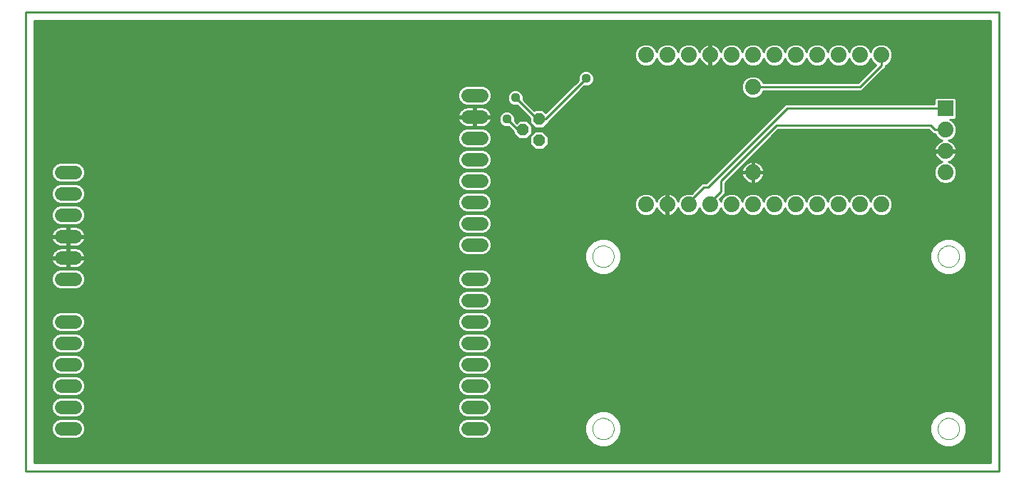
<source format=gtl>
G75*
G70*
%OFA0B0*%
%FSLAX24Y24*%
%IPPOS*%
%LPD*%
%AMOC8*
5,1,8,0,0,1.08239X$1,22.5*
%
%ADD10C,0.0000*%
%ADD11C,0.0100*%
%ADD12C,0.0640*%
%ADD13C,0.0740*%
%ADD14R,0.0740X0.0740*%
%ADD15OC8,0.0560*%
%ADD16C,0.0440*%
D10*
X026800Y002325D02*
X026802Y002369D01*
X026808Y002413D01*
X026818Y002456D01*
X026831Y002498D01*
X026848Y002539D01*
X026869Y002578D01*
X026893Y002615D01*
X026920Y002650D01*
X026950Y002682D01*
X026983Y002712D01*
X027019Y002738D01*
X027056Y002762D01*
X027096Y002781D01*
X027137Y002798D01*
X027180Y002810D01*
X027223Y002819D01*
X027267Y002824D01*
X027311Y002825D01*
X027355Y002822D01*
X027399Y002815D01*
X027442Y002804D01*
X027484Y002790D01*
X027524Y002772D01*
X027563Y002750D01*
X027599Y002726D01*
X027633Y002698D01*
X027665Y002667D01*
X027694Y002633D01*
X027720Y002597D01*
X027742Y002559D01*
X027761Y002519D01*
X027776Y002477D01*
X027788Y002435D01*
X027796Y002391D01*
X027800Y002347D01*
X027800Y002303D01*
X027796Y002259D01*
X027788Y002215D01*
X027776Y002173D01*
X027761Y002131D01*
X027742Y002091D01*
X027720Y002053D01*
X027694Y002017D01*
X027665Y001983D01*
X027633Y001952D01*
X027599Y001924D01*
X027563Y001900D01*
X027524Y001878D01*
X027484Y001860D01*
X027442Y001846D01*
X027399Y001835D01*
X027355Y001828D01*
X027311Y001825D01*
X027267Y001826D01*
X027223Y001831D01*
X027180Y001840D01*
X027137Y001852D01*
X027096Y001869D01*
X027056Y001888D01*
X027019Y001912D01*
X026983Y001938D01*
X026950Y001968D01*
X026920Y002000D01*
X026893Y002035D01*
X026869Y002072D01*
X026848Y002111D01*
X026831Y002152D01*
X026818Y002194D01*
X026808Y002237D01*
X026802Y002281D01*
X026800Y002325D01*
X042942Y002325D02*
X042944Y002369D01*
X042950Y002413D01*
X042960Y002456D01*
X042973Y002498D01*
X042990Y002539D01*
X043011Y002578D01*
X043035Y002615D01*
X043062Y002650D01*
X043092Y002682D01*
X043125Y002712D01*
X043161Y002738D01*
X043198Y002762D01*
X043238Y002781D01*
X043279Y002798D01*
X043322Y002810D01*
X043365Y002819D01*
X043409Y002824D01*
X043453Y002825D01*
X043497Y002822D01*
X043541Y002815D01*
X043584Y002804D01*
X043626Y002790D01*
X043666Y002772D01*
X043705Y002750D01*
X043741Y002726D01*
X043775Y002698D01*
X043807Y002667D01*
X043836Y002633D01*
X043862Y002597D01*
X043884Y002559D01*
X043903Y002519D01*
X043918Y002477D01*
X043930Y002435D01*
X043938Y002391D01*
X043942Y002347D01*
X043942Y002303D01*
X043938Y002259D01*
X043930Y002215D01*
X043918Y002173D01*
X043903Y002131D01*
X043884Y002091D01*
X043862Y002053D01*
X043836Y002017D01*
X043807Y001983D01*
X043775Y001952D01*
X043741Y001924D01*
X043705Y001900D01*
X043666Y001878D01*
X043626Y001860D01*
X043584Y001846D01*
X043541Y001835D01*
X043497Y001828D01*
X043453Y001825D01*
X043409Y001826D01*
X043365Y001831D01*
X043322Y001840D01*
X043279Y001852D01*
X043238Y001869D01*
X043198Y001888D01*
X043161Y001912D01*
X043125Y001938D01*
X043092Y001968D01*
X043062Y002000D01*
X043035Y002035D01*
X043011Y002072D01*
X042990Y002111D01*
X042973Y002152D01*
X042960Y002194D01*
X042950Y002237D01*
X042944Y002281D01*
X042942Y002325D01*
X042942Y010396D02*
X042944Y010440D01*
X042950Y010484D01*
X042960Y010527D01*
X042973Y010569D01*
X042990Y010610D01*
X043011Y010649D01*
X043035Y010686D01*
X043062Y010721D01*
X043092Y010753D01*
X043125Y010783D01*
X043161Y010809D01*
X043198Y010833D01*
X043238Y010852D01*
X043279Y010869D01*
X043322Y010881D01*
X043365Y010890D01*
X043409Y010895D01*
X043453Y010896D01*
X043497Y010893D01*
X043541Y010886D01*
X043584Y010875D01*
X043626Y010861D01*
X043666Y010843D01*
X043705Y010821D01*
X043741Y010797D01*
X043775Y010769D01*
X043807Y010738D01*
X043836Y010704D01*
X043862Y010668D01*
X043884Y010630D01*
X043903Y010590D01*
X043918Y010548D01*
X043930Y010506D01*
X043938Y010462D01*
X043942Y010418D01*
X043942Y010374D01*
X043938Y010330D01*
X043930Y010286D01*
X043918Y010244D01*
X043903Y010202D01*
X043884Y010162D01*
X043862Y010124D01*
X043836Y010088D01*
X043807Y010054D01*
X043775Y010023D01*
X043741Y009995D01*
X043705Y009971D01*
X043666Y009949D01*
X043626Y009931D01*
X043584Y009917D01*
X043541Y009906D01*
X043497Y009899D01*
X043453Y009896D01*
X043409Y009897D01*
X043365Y009902D01*
X043322Y009911D01*
X043279Y009923D01*
X043238Y009940D01*
X043198Y009959D01*
X043161Y009983D01*
X043125Y010009D01*
X043092Y010039D01*
X043062Y010071D01*
X043035Y010106D01*
X043011Y010143D01*
X042990Y010182D01*
X042973Y010223D01*
X042960Y010265D01*
X042950Y010308D01*
X042944Y010352D01*
X042942Y010396D01*
X026800Y010396D02*
X026802Y010440D01*
X026808Y010484D01*
X026818Y010527D01*
X026831Y010569D01*
X026848Y010610D01*
X026869Y010649D01*
X026893Y010686D01*
X026920Y010721D01*
X026950Y010753D01*
X026983Y010783D01*
X027019Y010809D01*
X027056Y010833D01*
X027096Y010852D01*
X027137Y010869D01*
X027180Y010881D01*
X027223Y010890D01*
X027267Y010895D01*
X027311Y010896D01*
X027355Y010893D01*
X027399Y010886D01*
X027442Y010875D01*
X027484Y010861D01*
X027524Y010843D01*
X027563Y010821D01*
X027599Y010797D01*
X027633Y010769D01*
X027665Y010738D01*
X027694Y010704D01*
X027720Y010668D01*
X027742Y010630D01*
X027761Y010590D01*
X027776Y010548D01*
X027788Y010506D01*
X027796Y010462D01*
X027800Y010418D01*
X027800Y010374D01*
X027796Y010330D01*
X027788Y010286D01*
X027776Y010244D01*
X027761Y010202D01*
X027742Y010162D01*
X027720Y010124D01*
X027694Y010088D01*
X027665Y010054D01*
X027633Y010023D01*
X027599Y009995D01*
X027563Y009971D01*
X027524Y009949D01*
X027484Y009931D01*
X027442Y009917D01*
X027399Y009906D01*
X027355Y009899D01*
X027311Y009896D01*
X027267Y009897D01*
X027223Y009902D01*
X027180Y009911D01*
X027137Y009923D01*
X027096Y009940D01*
X027056Y009959D01*
X027019Y009983D01*
X026983Y010009D01*
X026950Y010039D01*
X026920Y010071D01*
X026893Y010106D01*
X026869Y010143D01*
X026848Y010182D01*
X026831Y010223D01*
X026818Y010265D01*
X026808Y010308D01*
X026802Y010352D01*
X026800Y010396D01*
D11*
X045800Y000325D02*
X000300Y000325D01*
X000300Y021825D01*
X045800Y021825D01*
X045800Y000325D01*
X045400Y000725D02*
X000700Y000725D01*
X000700Y021425D01*
X045400Y021425D01*
X045400Y000725D01*
X045400Y000818D02*
X000700Y000818D01*
X000700Y000916D02*
X045400Y000916D01*
X045400Y001015D02*
X000700Y001015D01*
X000700Y001113D02*
X045400Y001113D01*
X045400Y001212D02*
X000700Y001212D01*
X000700Y001310D02*
X045400Y001310D01*
X045400Y001409D02*
X000700Y001409D01*
X000700Y001507D02*
X027054Y001507D01*
X027131Y001475D02*
X026819Y001604D01*
X026579Y001844D01*
X026450Y002156D01*
X026450Y002494D01*
X026579Y002806D01*
X026819Y003046D01*
X027131Y003175D01*
X027469Y003175D01*
X027781Y003046D01*
X028021Y002806D01*
X028150Y002494D01*
X028150Y002156D01*
X028021Y001844D01*
X027781Y001604D01*
X027469Y001475D01*
X027131Y001475D01*
X026817Y001606D02*
X000700Y001606D01*
X000700Y001704D02*
X026719Y001704D01*
X026620Y001803D02*
X000700Y001803D01*
X000700Y001901D02*
X001775Y001901D01*
X001714Y001927D02*
X001887Y001855D01*
X002713Y001855D01*
X002886Y001927D01*
X003018Y002059D01*
X003090Y002232D01*
X003090Y002418D01*
X003018Y002591D01*
X002886Y002723D01*
X002713Y002795D01*
X001887Y002795D01*
X001714Y002723D01*
X001582Y002591D01*
X001510Y002418D01*
X001510Y002232D01*
X001582Y002059D01*
X001714Y001927D01*
X001641Y002000D02*
X000700Y002000D01*
X000700Y002098D02*
X001565Y002098D01*
X001524Y002197D02*
X000700Y002197D01*
X000700Y002295D02*
X001510Y002295D01*
X001510Y002394D02*
X000700Y002394D01*
X000700Y002492D02*
X001540Y002492D01*
X001581Y002591D02*
X000700Y002591D01*
X000700Y002689D02*
X001679Y002689D01*
X001868Y002788D02*
X000700Y002788D01*
X000700Y002886D02*
X001812Y002886D01*
X001887Y002855D02*
X001714Y002927D01*
X001582Y003059D01*
X001510Y003232D01*
X001510Y003418D01*
X001582Y003591D01*
X001714Y003723D01*
X001887Y003795D01*
X002713Y003795D01*
X002886Y003723D01*
X003018Y003591D01*
X003090Y003418D01*
X003090Y003232D01*
X003018Y003059D01*
X002886Y002927D01*
X002713Y002855D01*
X001887Y002855D01*
X001656Y002985D02*
X000700Y002985D01*
X000700Y003083D02*
X001572Y003083D01*
X001531Y003182D02*
X000700Y003182D01*
X000700Y003280D02*
X001510Y003280D01*
X001510Y003379D02*
X000700Y003379D01*
X000700Y003477D02*
X001534Y003477D01*
X001575Y003576D02*
X000700Y003576D01*
X000700Y003674D02*
X001664Y003674D01*
X001832Y003773D02*
X000700Y003773D01*
X000700Y003871D02*
X001848Y003871D01*
X001887Y003855D02*
X002713Y003855D01*
X002886Y003927D01*
X003018Y004059D01*
X003090Y004232D01*
X003090Y004418D01*
X003018Y004591D01*
X002886Y004723D01*
X002713Y004795D01*
X001887Y004795D01*
X001714Y004723D01*
X001582Y004591D01*
X001510Y004418D01*
X001510Y004232D01*
X001582Y004059D01*
X001714Y003927D01*
X001887Y003855D01*
X001671Y003970D02*
X000700Y003970D01*
X000700Y004068D02*
X001578Y004068D01*
X001537Y004167D02*
X000700Y004167D01*
X000700Y004265D02*
X001510Y004265D01*
X001510Y004364D02*
X000700Y004364D01*
X000700Y004462D02*
X001528Y004462D01*
X001569Y004561D02*
X000700Y004561D01*
X000700Y004659D02*
X001649Y004659D01*
X001796Y004758D02*
X000700Y004758D01*
X000700Y004856D02*
X001884Y004856D01*
X001887Y004855D02*
X002713Y004855D01*
X002886Y004927D01*
X003018Y005059D01*
X003090Y005232D01*
X003090Y005418D01*
X003018Y005591D01*
X002886Y005723D01*
X002713Y005795D01*
X001887Y005795D01*
X001714Y005723D01*
X001582Y005591D01*
X001510Y005418D01*
X001510Y005232D01*
X001582Y005059D01*
X001714Y004927D01*
X001887Y004855D01*
X001686Y004955D02*
X000700Y004955D01*
X000700Y005053D02*
X001587Y005053D01*
X001543Y005152D02*
X000700Y005152D01*
X000700Y005250D02*
X001510Y005250D01*
X001510Y005349D02*
X000700Y005349D01*
X000700Y005447D02*
X001522Y005447D01*
X001563Y005546D02*
X000700Y005546D01*
X000700Y005644D02*
X001634Y005644D01*
X001760Y005743D02*
X000700Y005743D01*
X000700Y005841D02*
X045400Y005841D01*
X045400Y005743D02*
X021840Y005743D01*
X021886Y005723D02*
X021713Y005795D01*
X020887Y005795D01*
X020714Y005723D01*
X020582Y005591D01*
X020510Y005418D01*
X020510Y005232D01*
X020582Y005059D01*
X020714Y004927D01*
X020887Y004855D01*
X021713Y004855D01*
X021886Y004927D01*
X022018Y005059D01*
X022090Y005232D01*
X022090Y005418D01*
X022018Y005591D01*
X021886Y005723D01*
X021966Y005644D02*
X045400Y005644D01*
X045400Y005546D02*
X022037Y005546D01*
X022078Y005447D02*
X045400Y005447D01*
X045400Y005349D02*
X022090Y005349D01*
X022090Y005250D02*
X045400Y005250D01*
X045400Y005152D02*
X022057Y005152D01*
X022013Y005053D02*
X045400Y005053D01*
X045400Y004955D02*
X021914Y004955D01*
X021716Y004856D02*
X045400Y004856D01*
X045400Y004758D02*
X021804Y004758D01*
X021886Y004723D02*
X021713Y004795D01*
X020887Y004795D01*
X020714Y004723D01*
X020582Y004591D01*
X020510Y004418D01*
X020510Y004232D01*
X020582Y004059D01*
X020714Y003927D01*
X020887Y003855D01*
X021713Y003855D01*
X021886Y003927D01*
X022018Y004059D01*
X022090Y004232D01*
X022090Y004418D01*
X022018Y004591D01*
X021886Y004723D01*
X021951Y004659D02*
X045400Y004659D01*
X045400Y004561D02*
X022031Y004561D01*
X022072Y004462D02*
X045400Y004462D01*
X045400Y004364D02*
X022090Y004364D01*
X022090Y004265D02*
X045400Y004265D01*
X045400Y004167D02*
X022063Y004167D01*
X022022Y004068D02*
X045400Y004068D01*
X045400Y003970D02*
X021929Y003970D01*
X021752Y003871D02*
X045400Y003871D01*
X045400Y003773D02*
X021768Y003773D01*
X021713Y003795D02*
X020887Y003795D01*
X020714Y003723D01*
X020582Y003591D01*
X020510Y003418D01*
X020510Y003232D01*
X020582Y003059D01*
X020714Y002927D01*
X020887Y002855D01*
X021713Y002855D01*
X021886Y002927D01*
X022018Y003059D01*
X022090Y003232D01*
X022090Y003418D01*
X022018Y003591D01*
X021886Y003723D01*
X021713Y003795D01*
X021936Y003674D02*
X045400Y003674D01*
X045400Y003576D02*
X022025Y003576D01*
X022066Y003477D02*
X045400Y003477D01*
X045400Y003379D02*
X022090Y003379D01*
X022090Y003280D02*
X045400Y003280D01*
X045400Y003182D02*
X022069Y003182D01*
X022028Y003083D02*
X026909Y003083D01*
X026757Y002985D02*
X021944Y002985D01*
X021788Y002886D02*
X026659Y002886D01*
X026572Y002788D02*
X021732Y002788D01*
X021713Y002795D02*
X020887Y002795D01*
X020714Y002723D01*
X020582Y002591D01*
X020510Y002418D01*
X020510Y002232D01*
X020582Y002059D01*
X020714Y001927D01*
X020887Y001855D01*
X021713Y001855D01*
X021886Y001927D01*
X022018Y002059D01*
X022090Y002232D01*
X022090Y002418D01*
X022018Y002591D01*
X021886Y002723D01*
X021713Y002795D01*
X021921Y002689D02*
X026531Y002689D01*
X026490Y002591D02*
X022019Y002591D01*
X022060Y002492D02*
X026450Y002492D01*
X026450Y002394D02*
X022090Y002394D01*
X022090Y002295D02*
X026450Y002295D01*
X026450Y002197D02*
X022075Y002197D01*
X022035Y002098D02*
X026474Y002098D01*
X026515Y002000D02*
X021959Y002000D01*
X021825Y001901D02*
X026556Y001901D01*
X027546Y001507D02*
X043195Y001507D01*
X043273Y001475D02*
X043611Y001475D01*
X043923Y001604D01*
X044162Y001844D01*
X044292Y002156D01*
X044292Y002494D01*
X044162Y002806D01*
X043923Y003046D01*
X043611Y003175D01*
X043273Y003175D01*
X042960Y003046D01*
X042721Y002806D01*
X042592Y002494D01*
X042592Y002156D01*
X042721Y001844D01*
X042960Y001604D01*
X043273Y001475D01*
X042959Y001606D02*
X027783Y001606D01*
X027881Y001704D02*
X042861Y001704D01*
X042762Y001803D02*
X027980Y001803D01*
X028044Y001901D02*
X042697Y001901D01*
X042657Y002000D02*
X028085Y002000D01*
X028126Y002098D02*
X042616Y002098D01*
X042592Y002197D02*
X028150Y002197D01*
X028150Y002295D02*
X042592Y002295D01*
X042592Y002394D02*
X028150Y002394D01*
X028150Y002492D02*
X042592Y002492D01*
X042632Y002591D02*
X028110Y002591D01*
X028069Y002689D02*
X042672Y002689D01*
X042713Y002788D02*
X028028Y002788D01*
X027941Y002886D02*
X042801Y002886D01*
X042899Y002985D02*
X027843Y002985D01*
X027691Y003083D02*
X043051Y003083D01*
X043833Y003083D02*
X045400Y003083D01*
X045400Y002985D02*
X043984Y002985D01*
X044083Y002886D02*
X045400Y002886D01*
X045400Y002788D02*
X044170Y002788D01*
X044211Y002689D02*
X045400Y002689D01*
X045400Y002591D02*
X044252Y002591D01*
X044292Y002492D02*
X045400Y002492D01*
X045400Y002394D02*
X044292Y002394D01*
X044292Y002295D02*
X045400Y002295D01*
X045400Y002197D02*
X044292Y002197D01*
X044268Y002098D02*
X045400Y002098D01*
X045400Y002000D02*
X044227Y002000D01*
X044186Y001901D02*
X045400Y001901D01*
X045400Y001803D02*
X044121Y001803D01*
X044023Y001704D02*
X045400Y001704D01*
X045400Y001606D02*
X043924Y001606D01*
X043688Y001507D02*
X045400Y001507D01*
X045400Y005940D02*
X021899Y005940D01*
X021886Y005927D02*
X022018Y006059D01*
X022090Y006232D01*
X022090Y006418D01*
X022018Y006591D01*
X021886Y006723D01*
X021713Y006795D01*
X020887Y006795D01*
X020714Y006723D01*
X020582Y006591D01*
X020510Y006418D01*
X020510Y006232D01*
X020582Y006059D01*
X020714Y005927D01*
X020887Y005855D01*
X021713Y005855D01*
X021886Y005927D01*
X021998Y006038D02*
X045400Y006038D01*
X045400Y006137D02*
X022051Y006137D01*
X022090Y006235D02*
X045400Y006235D01*
X045400Y006334D02*
X022090Y006334D01*
X022084Y006432D02*
X045400Y006432D01*
X045400Y006531D02*
X022044Y006531D01*
X021981Y006629D02*
X045400Y006629D01*
X045400Y006728D02*
X021876Y006728D01*
X021881Y006925D02*
X045400Y006925D01*
X045400Y007023D02*
X021983Y007023D01*
X022018Y007059D02*
X021886Y006927D01*
X021713Y006855D01*
X020887Y006855D01*
X020714Y006927D01*
X020582Y007059D01*
X020510Y007232D01*
X020510Y007418D01*
X020582Y007591D01*
X020714Y007723D01*
X020887Y007795D01*
X021713Y007795D01*
X021886Y007723D01*
X022018Y007591D01*
X022090Y007418D01*
X022090Y007232D01*
X022018Y007059D01*
X022044Y007122D02*
X045400Y007122D01*
X045400Y007220D02*
X022085Y007220D01*
X022090Y007319D02*
X045400Y007319D01*
X045400Y007417D02*
X022090Y007417D01*
X022050Y007516D02*
X045400Y007516D01*
X045400Y007614D02*
X021996Y007614D01*
X021897Y007713D02*
X045400Y007713D01*
X045400Y007811D02*
X000700Y007811D01*
X000700Y007713D02*
X001703Y007713D01*
X001714Y007723D02*
X001582Y007591D01*
X001510Y007418D01*
X001510Y007232D01*
X001582Y007059D01*
X001714Y006927D01*
X001887Y006855D01*
X002713Y006855D01*
X002886Y006927D01*
X003018Y007059D01*
X003090Y007232D01*
X003090Y007418D01*
X003018Y007591D01*
X002886Y007723D01*
X002713Y007795D01*
X001887Y007795D01*
X001714Y007723D01*
X001604Y007614D02*
X000700Y007614D01*
X000700Y007516D02*
X001550Y007516D01*
X001510Y007417D02*
X000700Y007417D01*
X000700Y007319D02*
X001510Y007319D01*
X001515Y007220D02*
X000700Y007220D01*
X000700Y007122D02*
X001556Y007122D01*
X001617Y007023D02*
X000700Y007023D01*
X000700Y006925D02*
X001719Y006925D01*
X001724Y006728D02*
X000700Y006728D01*
X000700Y006826D02*
X045400Y006826D01*
X045400Y007910D02*
X021845Y007910D01*
X021886Y007927D02*
X021713Y007855D01*
X020887Y007855D01*
X020714Y007927D01*
X020582Y008059D01*
X020510Y008232D01*
X020510Y008418D01*
X020582Y008591D01*
X020714Y008723D01*
X020887Y008795D01*
X021713Y008795D01*
X021886Y008723D01*
X022018Y008591D01*
X022090Y008418D01*
X022090Y008232D01*
X022018Y008059D01*
X021886Y007927D01*
X021968Y008008D02*
X045400Y008008D01*
X045400Y008107D02*
X022038Y008107D01*
X022079Y008205D02*
X045400Y008205D01*
X045400Y008304D02*
X022090Y008304D01*
X022090Y008402D02*
X045400Y008402D01*
X045400Y008501D02*
X022056Y008501D01*
X022011Y008599D02*
X045400Y008599D01*
X045400Y008698D02*
X021912Y008698D01*
X021809Y008895D02*
X045400Y008895D01*
X045400Y008993D02*
X021953Y008993D01*
X022018Y009059D02*
X021886Y008927D01*
X021713Y008855D01*
X020887Y008855D01*
X020714Y008927D01*
X020582Y009059D01*
X020510Y009232D01*
X020510Y009418D01*
X020582Y009591D01*
X020714Y009723D01*
X020887Y009795D01*
X021713Y009795D01*
X021886Y009723D01*
X022018Y009591D01*
X022090Y009418D01*
X022090Y009232D01*
X022018Y009059D01*
X022032Y009092D02*
X045400Y009092D01*
X045400Y009190D02*
X022073Y009190D01*
X022090Y009289D02*
X045400Y009289D01*
X045400Y009387D02*
X022090Y009387D01*
X022062Y009486D02*
X045400Y009486D01*
X045400Y009584D02*
X043703Y009584D01*
X043611Y009546D02*
X043923Y009675D01*
X044162Y009914D01*
X044292Y010227D01*
X044292Y010565D01*
X044162Y010877D01*
X043923Y011116D01*
X043611Y011246D01*
X043273Y011246D01*
X042960Y011116D01*
X042721Y010877D01*
X042592Y010565D01*
X042592Y010227D01*
X042721Y009914D01*
X042960Y009675D01*
X043273Y009546D01*
X043611Y009546D01*
X043930Y009683D02*
X045400Y009683D01*
X045400Y009781D02*
X044029Y009781D01*
X044127Y009880D02*
X045400Y009880D01*
X045400Y009978D02*
X044189Y009978D01*
X044229Y010077D02*
X045400Y010077D01*
X045400Y010175D02*
X044270Y010175D01*
X044292Y010274D02*
X045400Y010274D01*
X045400Y010372D02*
X044292Y010372D01*
X044292Y010471D02*
X045400Y010471D01*
X045400Y010569D02*
X044290Y010569D01*
X044249Y010668D02*
X045400Y010668D01*
X045400Y010766D02*
X044208Y010766D01*
X044168Y010865D02*
X045400Y010865D01*
X045400Y010963D02*
X044077Y010963D01*
X043978Y011062D02*
X045400Y011062D01*
X045400Y011160D02*
X043818Y011160D01*
X043065Y011160D02*
X027676Y011160D01*
X027781Y011116D02*
X027469Y011246D01*
X027131Y011246D01*
X026819Y011116D01*
X026579Y010877D01*
X026450Y010565D01*
X026450Y010227D01*
X026579Y009914D01*
X026819Y009675D01*
X027131Y009546D01*
X027469Y009546D01*
X027781Y009675D01*
X028021Y009914D01*
X028150Y010227D01*
X028150Y010565D01*
X028021Y010877D01*
X027781Y011116D01*
X027836Y011062D02*
X042905Y011062D01*
X042807Y010963D02*
X027935Y010963D01*
X028026Y010865D02*
X042716Y010865D01*
X042675Y010766D02*
X028067Y010766D01*
X028108Y010668D02*
X042634Y010668D01*
X042593Y010569D02*
X028148Y010569D01*
X028150Y010471D02*
X042592Y010471D01*
X042592Y010372D02*
X028150Y010372D01*
X028150Y010274D02*
X042592Y010274D01*
X042613Y010175D02*
X028129Y010175D01*
X028088Y010077D02*
X042654Y010077D01*
X042695Y009978D02*
X028047Y009978D01*
X027986Y009880D02*
X042756Y009880D01*
X042854Y009781D02*
X027887Y009781D01*
X027789Y009683D02*
X042953Y009683D01*
X043181Y009584D02*
X027561Y009584D01*
X027039Y009584D02*
X022021Y009584D01*
X021927Y009683D02*
X026811Y009683D01*
X026713Y009781D02*
X021747Y009781D01*
X020853Y009781D02*
X002747Y009781D01*
X002713Y009795D02*
X002886Y009723D01*
X003018Y009591D01*
X003090Y009418D01*
X003090Y009232D01*
X003018Y009059D01*
X002886Y008927D01*
X002713Y008855D01*
X001887Y008855D01*
X001714Y008927D01*
X001582Y009059D01*
X001510Y009232D01*
X001510Y009418D01*
X001582Y009591D01*
X001714Y009723D01*
X001887Y009795D01*
X002713Y009795D01*
X002730Y009867D02*
X002800Y009889D01*
X002866Y009923D01*
X002926Y009967D01*
X002978Y010019D01*
X003022Y010079D01*
X003056Y010145D01*
X003078Y010215D01*
X003088Y010275D01*
X002350Y010275D01*
X002350Y010375D01*
X002250Y010375D01*
X002250Y010795D01*
X001943Y010795D01*
X001870Y010783D01*
X001800Y010761D01*
X001734Y010727D01*
X001674Y010683D01*
X001622Y010631D01*
X001578Y010571D01*
X001544Y010505D01*
X001522Y010435D01*
X001512Y010375D01*
X002250Y010375D01*
X002250Y010275D01*
X002350Y010275D01*
X002350Y009855D01*
X002657Y009855D01*
X002730Y009867D01*
X002770Y009880D02*
X026614Y009880D01*
X026553Y009978D02*
X002938Y009978D01*
X003020Y010077D02*
X026512Y010077D01*
X026471Y010175D02*
X003065Y010175D01*
X003088Y010274D02*
X026450Y010274D01*
X026450Y010372D02*
X002350Y010372D01*
X002350Y010375D02*
X003088Y010375D01*
X003078Y010435D01*
X003056Y010505D01*
X003022Y010571D01*
X002978Y010631D01*
X002926Y010683D01*
X002866Y010727D01*
X002800Y010761D01*
X002730Y010783D01*
X002657Y010795D01*
X002350Y010795D01*
X002350Y010375D01*
X002350Y010471D02*
X002250Y010471D01*
X002250Y010569D02*
X002350Y010569D01*
X002350Y010668D02*
X002250Y010668D01*
X002250Y010766D02*
X002350Y010766D01*
X002350Y010855D02*
X002657Y010855D01*
X002730Y010867D01*
X002800Y010889D01*
X002866Y010923D01*
X002926Y010967D01*
X002978Y011019D01*
X003022Y011079D01*
X003056Y011145D01*
X003078Y011215D01*
X003088Y011275D01*
X002350Y011275D01*
X002350Y011375D01*
X002250Y011375D01*
X002250Y011795D01*
X001943Y011795D01*
X001870Y011783D01*
X001800Y011761D01*
X001734Y011727D01*
X001674Y011683D01*
X001622Y011631D01*
X001578Y011571D01*
X001544Y011505D01*
X001522Y011435D01*
X001512Y011375D01*
X002250Y011375D01*
X002250Y011275D01*
X002350Y011275D01*
X002350Y010855D01*
X002350Y010865D02*
X002250Y010865D01*
X002250Y010855D02*
X002250Y011275D01*
X001512Y011275D01*
X001522Y011215D01*
X001544Y011145D01*
X001578Y011079D01*
X001622Y011019D01*
X001674Y010967D01*
X001734Y010923D01*
X001800Y010889D01*
X001870Y010867D01*
X001943Y010855D01*
X002250Y010855D01*
X002250Y010963D02*
X002350Y010963D01*
X002350Y011062D02*
X002250Y011062D01*
X002250Y011160D02*
X002350Y011160D01*
X002350Y011259D02*
X002250Y011259D01*
X002250Y011357D02*
X000700Y011357D01*
X000700Y011259D02*
X001515Y011259D01*
X001539Y011160D02*
X000700Y011160D01*
X000700Y011062D02*
X001590Y011062D01*
X001679Y010963D02*
X000700Y010963D01*
X000700Y010865D02*
X001883Y010865D01*
X001816Y010766D02*
X000700Y010766D01*
X000700Y010668D02*
X001658Y010668D01*
X001577Y010569D02*
X000700Y010569D01*
X000700Y010471D02*
X001533Y010471D01*
X001512Y010275D02*
X001522Y010215D01*
X001544Y010145D01*
X001578Y010079D01*
X001622Y010019D01*
X001674Y009967D01*
X001734Y009923D01*
X001800Y009889D01*
X001870Y009867D01*
X001943Y009855D01*
X002250Y009855D01*
X002250Y010275D01*
X001512Y010275D01*
X001512Y010274D02*
X000700Y010274D01*
X000700Y010372D02*
X002250Y010372D01*
X002250Y010274D02*
X002350Y010274D01*
X002350Y010175D02*
X002250Y010175D01*
X002250Y010077D02*
X002350Y010077D01*
X002350Y009978D02*
X002250Y009978D01*
X002250Y009880D02*
X002350Y009880D01*
X001853Y009781D02*
X000700Y009781D01*
X000700Y009683D02*
X001673Y009683D01*
X001579Y009584D02*
X000700Y009584D01*
X000700Y009486D02*
X001538Y009486D01*
X001510Y009387D02*
X000700Y009387D01*
X000700Y009289D02*
X001510Y009289D01*
X001527Y009190D02*
X000700Y009190D01*
X000700Y009092D02*
X001568Y009092D01*
X001647Y008993D02*
X000700Y008993D01*
X000700Y008895D02*
X001791Y008895D01*
X000700Y008796D02*
X045400Y008796D01*
X045400Y011259D02*
X021951Y011259D01*
X021886Y011323D02*
X021713Y011395D01*
X020887Y011395D01*
X020714Y011323D01*
X020582Y011191D01*
X020510Y011018D01*
X020510Y010832D01*
X020582Y010659D01*
X020714Y010527D01*
X020887Y010455D01*
X021713Y010455D01*
X021886Y010527D01*
X022018Y010659D01*
X022090Y010832D01*
X022090Y011018D01*
X022018Y011191D01*
X021886Y011323D01*
X021805Y011357D02*
X045400Y011357D01*
X045400Y011456D02*
X021715Y011456D01*
X021713Y011455D02*
X021886Y011527D01*
X022018Y011659D01*
X022090Y011832D01*
X022090Y012018D01*
X022018Y012191D01*
X021886Y012323D01*
X021713Y012395D01*
X020887Y012395D01*
X020714Y012323D01*
X020582Y012191D01*
X020510Y012018D01*
X020510Y011832D01*
X020582Y011659D01*
X020714Y011527D01*
X020887Y011455D01*
X021713Y011455D01*
X021914Y011554D02*
X045400Y011554D01*
X045400Y011653D02*
X022012Y011653D01*
X022057Y011751D02*
X045400Y011751D01*
X045400Y011850D02*
X022090Y011850D01*
X022090Y011948D02*
X045400Y011948D01*
X045400Y012047D02*
X022078Y012047D01*
X022038Y012145D02*
X045400Y012145D01*
X045400Y012244D02*
X021966Y012244D01*
X021841Y012342D02*
X029107Y012342D01*
X029197Y012305D02*
X029005Y012384D01*
X028859Y012530D01*
X028780Y012722D01*
X028780Y012928D01*
X028859Y013120D01*
X029005Y013266D01*
X029197Y013345D01*
X029403Y013345D01*
X029595Y013266D01*
X029741Y013120D01*
X029801Y012973D01*
X029818Y013025D01*
X029855Y013098D01*
X029903Y013164D01*
X029961Y013222D01*
X030027Y013270D01*
X030100Y013307D01*
X030178Y013332D01*
X030250Y013344D01*
X030250Y012875D01*
X030350Y012875D01*
X030350Y013344D01*
X030422Y013332D01*
X030500Y013307D01*
X030573Y013270D01*
X030639Y013222D01*
X030697Y013164D01*
X030745Y013098D01*
X030782Y013025D01*
X030799Y012973D01*
X030859Y013120D01*
X031005Y013266D01*
X031197Y013345D01*
X031403Y013345D01*
X031427Y013335D01*
X031917Y013825D01*
X032117Y013825D01*
X035817Y017525D01*
X042780Y017525D01*
X042780Y017757D01*
X042868Y017845D01*
X043732Y017845D01*
X043820Y017757D01*
X043820Y016893D01*
X043732Y016805D01*
X043500Y016805D01*
X043595Y016766D01*
X043741Y016620D01*
X043820Y016428D01*
X043820Y016222D01*
X043741Y016030D01*
X043595Y015884D01*
X043448Y015824D01*
X043500Y015807D01*
X043573Y015770D01*
X043639Y015722D01*
X043697Y015664D01*
X043745Y015598D01*
X043782Y015525D01*
X043807Y015447D01*
X043819Y015375D01*
X043350Y015375D01*
X043350Y015275D01*
X043819Y015275D01*
X043807Y015203D01*
X043782Y015125D01*
X043745Y015052D01*
X043697Y014986D01*
X043639Y014928D01*
X043573Y014880D01*
X043500Y014843D01*
X043448Y014826D01*
X043595Y014766D01*
X043741Y014620D01*
X043820Y014428D01*
X043820Y014222D01*
X043741Y014030D01*
X043595Y013884D01*
X043403Y013805D01*
X043197Y013805D01*
X043005Y013884D01*
X042859Y014030D01*
X042780Y014222D01*
X042780Y014428D01*
X042859Y014620D01*
X043005Y014766D01*
X043152Y014826D01*
X043100Y014843D01*
X043027Y014880D01*
X042961Y014928D01*
X042903Y014986D01*
X042855Y015052D01*
X042818Y015125D01*
X042793Y015203D01*
X042781Y015275D01*
X043250Y015275D01*
X043250Y015375D01*
X042781Y015375D01*
X042793Y015447D01*
X042818Y015525D01*
X042855Y015598D01*
X042903Y015664D01*
X042961Y015722D01*
X043027Y015770D01*
X043100Y015807D01*
X043152Y015824D01*
X043005Y015884D01*
X042859Y016030D01*
X042820Y016125D01*
X042717Y016125D01*
X042517Y016325D01*
X035483Y016325D01*
X033000Y013842D01*
X033000Y013342D01*
X032752Y013094D01*
X032800Y012977D01*
X032859Y013120D01*
X033005Y013266D01*
X033197Y013345D01*
X033403Y013345D01*
X033595Y013266D01*
X033741Y013120D01*
X033800Y012977D01*
X033859Y013120D01*
X034005Y013266D01*
X034197Y013345D01*
X034403Y013345D01*
X034595Y013266D01*
X034741Y013120D01*
X034800Y012977D01*
X034859Y013120D01*
X035005Y013266D01*
X035197Y013345D01*
X035403Y013345D01*
X035595Y013266D01*
X035741Y013120D01*
X035800Y012977D01*
X035859Y013120D01*
X036005Y013266D01*
X036197Y013345D01*
X036403Y013345D01*
X036595Y013266D01*
X036741Y013120D01*
X036800Y012977D01*
X036859Y013120D01*
X037005Y013266D01*
X037197Y013345D01*
X037403Y013345D01*
X037595Y013266D01*
X037741Y013120D01*
X037800Y012977D01*
X037859Y013120D01*
X038005Y013266D01*
X038197Y013345D01*
X038403Y013345D01*
X038595Y013266D01*
X038741Y013120D01*
X038800Y012977D01*
X038859Y013120D01*
X039005Y013266D01*
X039197Y013345D01*
X039403Y013345D01*
X039595Y013266D01*
X039741Y013120D01*
X039800Y012977D01*
X039859Y013120D01*
X040005Y013266D01*
X040197Y013345D01*
X040403Y013345D01*
X040595Y013266D01*
X040741Y013120D01*
X040820Y012928D01*
X040820Y012722D01*
X040741Y012530D01*
X040595Y012384D01*
X040403Y012305D01*
X040197Y012305D01*
X040005Y012384D01*
X039859Y012530D01*
X039800Y012673D01*
X039741Y012530D01*
X039595Y012384D01*
X039403Y012305D01*
X039197Y012305D01*
X039005Y012384D01*
X038859Y012530D01*
X038800Y012673D01*
X038741Y012530D01*
X038595Y012384D01*
X038403Y012305D01*
X038197Y012305D01*
X038005Y012384D01*
X037859Y012530D01*
X037800Y012673D01*
X037741Y012530D01*
X037595Y012384D01*
X037403Y012305D01*
X037197Y012305D01*
X037005Y012384D01*
X036859Y012530D01*
X036800Y012673D01*
X036741Y012530D01*
X036595Y012384D01*
X036403Y012305D01*
X036197Y012305D01*
X036005Y012384D01*
X035859Y012530D01*
X035800Y012673D01*
X035741Y012530D01*
X035595Y012384D01*
X035403Y012305D01*
X035197Y012305D01*
X035005Y012384D01*
X034859Y012530D01*
X034800Y012673D01*
X034741Y012530D01*
X034595Y012384D01*
X034403Y012305D01*
X034197Y012305D01*
X034005Y012384D01*
X033859Y012530D01*
X033800Y012673D01*
X033741Y012530D01*
X033595Y012384D01*
X033403Y012305D01*
X033197Y012305D01*
X033005Y012384D01*
X032859Y012530D01*
X032800Y012673D01*
X032741Y012530D01*
X032595Y012384D01*
X032403Y012305D01*
X032197Y012305D01*
X032005Y012384D01*
X031859Y012530D01*
X031800Y012673D01*
X031741Y012530D01*
X031595Y012384D01*
X031403Y012305D01*
X031197Y012305D01*
X031005Y012384D01*
X030859Y012530D01*
X030799Y012677D01*
X030782Y012625D01*
X030745Y012552D01*
X030697Y012486D01*
X030639Y012428D01*
X030573Y012380D01*
X030500Y012343D01*
X030422Y012318D01*
X030350Y012306D01*
X030350Y012775D01*
X030250Y012775D01*
X030250Y012306D01*
X030178Y012318D01*
X030100Y012343D01*
X030027Y012380D01*
X029961Y012428D01*
X029903Y012486D01*
X029855Y012552D01*
X029818Y012625D01*
X029801Y012677D01*
X029741Y012530D01*
X029595Y012384D01*
X029403Y012305D01*
X029197Y012305D01*
X028949Y012441D02*
X003081Y012441D01*
X003090Y012418D02*
X003018Y012591D01*
X002886Y012723D01*
X002713Y012795D01*
X001887Y012795D01*
X001714Y012723D01*
X001582Y012591D01*
X001510Y012418D01*
X001510Y012232D01*
X001582Y012059D01*
X001714Y011927D01*
X001887Y011855D01*
X002713Y011855D01*
X002886Y011927D01*
X003018Y012059D01*
X003090Y012232D01*
X003090Y012418D01*
X003090Y012342D02*
X020759Y012342D01*
X020634Y012244D02*
X003090Y012244D01*
X003054Y012145D02*
X020562Y012145D01*
X020522Y012047D02*
X003006Y012047D01*
X002908Y011948D02*
X020510Y011948D01*
X020510Y011850D02*
X000700Y011850D01*
X000700Y011948D02*
X001692Y011948D01*
X001594Y012047D02*
X000700Y012047D01*
X000700Y012145D02*
X001546Y012145D01*
X001510Y012244D02*
X000700Y012244D01*
X000700Y012342D02*
X001510Y012342D01*
X001519Y012441D02*
X000700Y012441D01*
X000700Y012539D02*
X001560Y012539D01*
X001628Y012638D02*
X000700Y012638D01*
X000700Y012736D02*
X001744Y012736D01*
X001887Y012855D02*
X001714Y012927D01*
X001582Y013059D01*
X001510Y013232D01*
X001510Y013418D01*
X001582Y013591D01*
X001714Y013723D01*
X001887Y013795D01*
X002713Y013795D01*
X002886Y013723D01*
X003018Y013591D01*
X003090Y013418D01*
X003090Y013232D01*
X003018Y013059D01*
X002886Y012927D01*
X002713Y012855D01*
X001887Y012855D01*
X001707Y012933D02*
X000700Y012933D01*
X000700Y012835D02*
X020510Y012835D01*
X020510Y012832D02*
X020582Y012659D01*
X020714Y012527D01*
X020887Y012455D01*
X021713Y012455D01*
X021886Y012527D01*
X022018Y012659D01*
X022090Y012832D01*
X022090Y013018D01*
X022018Y013191D01*
X021886Y013323D01*
X021713Y013395D01*
X020887Y013395D01*
X020714Y013323D01*
X020582Y013191D01*
X020510Y013018D01*
X020510Y012832D01*
X020510Y012933D02*
X002893Y012933D01*
X002991Y013032D02*
X020515Y013032D01*
X020556Y013130D02*
X003048Y013130D01*
X003089Y013229D02*
X020619Y013229D01*
X020722Y013327D02*
X003090Y013327D01*
X003087Y013426D02*
X031518Y013426D01*
X031616Y013524D02*
X021880Y013524D01*
X021886Y013527D02*
X022018Y013659D01*
X022090Y013832D01*
X022090Y014018D01*
X022018Y014191D01*
X021886Y014323D01*
X021713Y014395D01*
X020887Y014395D01*
X020714Y014323D01*
X020582Y014191D01*
X020510Y014018D01*
X020510Y013832D01*
X020582Y013659D01*
X020714Y013527D01*
X020887Y013455D01*
X021713Y013455D01*
X021886Y013527D01*
X021982Y013623D02*
X031715Y013623D01*
X031813Y013721D02*
X022044Y013721D01*
X022085Y013820D02*
X031912Y013820D01*
X032000Y013625D02*
X031300Y012925D01*
X031300Y012825D01*
X030823Y013032D02*
X030778Y013032D01*
X030721Y013130D02*
X030870Y013130D01*
X030968Y013229D02*
X030629Y013229D01*
X030438Y013327D02*
X031153Y013327D01*
X030350Y013327D02*
X030250Y013327D01*
X030162Y013327D02*
X029447Y013327D01*
X029632Y013229D02*
X029971Y013229D01*
X029879Y013130D02*
X029730Y013130D01*
X029777Y013032D02*
X029822Y013032D01*
X030250Y013032D02*
X030350Y013032D01*
X030350Y013130D02*
X030250Y013130D01*
X030250Y013229D02*
X030350Y013229D01*
X030350Y012933D02*
X030250Y012933D01*
X030250Y012736D02*
X030350Y012736D01*
X030350Y012638D02*
X030250Y012638D01*
X030250Y012539D02*
X030350Y012539D01*
X030350Y012441D02*
X030250Y012441D01*
X030250Y012342D02*
X030350Y012342D01*
X030496Y012342D02*
X031107Y012342D01*
X030949Y012441D02*
X030651Y012441D01*
X030735Y012539D02*
X030856Y012539D01*
X030815Y012638D02*
X030786Y012638D01*
X030104Y012342D02*
X029493Y012342D01*
X029651Y012441D02*
X029949Y012441D01*
X029865Y012539D02*
X029744Y012539D01*
X029785Y012638D02*
X029814Y012638D01*
X028856Y012539D02*
X021899Y012539D01*
X021997Y012638D02*
X028815Y012638D01*
X028780Y012736D02*
X022050Y012736D01*
X022090Y012835D02*
X028780Y012835D01*
X028782Y012933D02*
X022090Y012933D01*
X022085Y013032D02*
X028823Y013032D01*
X028870Y013130D02*
X022044Y013130D01*
X021981Y013229D02*
X028968Y013229D01*
X029153Y013327D02*
X021878Y013327D01*
X020720Y013524D02*
X003046Y013524D01*
X002987Y013623D02*
X020618Y013623D01*
X020556Y013721D02*
X002889Y013721D01*
X002866Y013918D02*
X020510Y013918D01*
X020510Y014017D02*
X002976Y014017D01*
X003018Y014059D02*
X003090Y014232D01*
X003090Y014418D01*
X003018Y014591D01*
X002886Y014723D01*
X002713Y014795D01*
X001887Y014795D01*
X001714Y014723D01*
X001582Y014591D01*
X001510Y014418D01*
X001510Y014232D01*
X001582Y014059D01*
X001714Y013927D01*
X001887Y013855D01*
X002713Y013855D01*
X002886Y013927D01*
X003018Y014059D01*
X003042Y014115D02*
X020550Y014115D01*
X020604Y014214D02*
X003083Y014214D01*
X003090Y014312D02*
X020702Y014312D01*
X020756Y014509D02*
X003052Y014509D01*
X003090Y014411D02*
X032703Y014411D01*
X032801Y014509D02*
X021844Y014509D01*
X021886Y014527D02*
X022018Y014659D01*
X022090Y014832D01*
X022090Y015018D01*
X022018Y015191D01*
X021886Y015323D01*
X021713Y015395D01*
X020887Y015395D01*
X020714Y015323D01*
X020582Y015191D01*
X020510Y015018D01*
X020510Y014832D01*
X020582Y014659D01*
X020714Y014527D01*
X020887Y014455D01*
X021713Y014455D01*
X021886Y014527D01*
X021967Y014608D02*
X032900Y014608D01*
X032998Y014706D02*
X022038Y014706D01*
X022079Y014805D02*
X033097Y014805D01*
X033195Y014903D02*
X022090Y014903D01*
X022090Y015002D02*
X033294Y015002D01*
X033392Y015100D02*
X022056Y015100D01*
X022011Y015199D02*
X033491Y015199D01*
X033589Y015297D02*
X021913Y015297D01*
X021808Y015494D02*
X024023Y015494D01*
X024121Y015396D02*
X000700Y015396D01*
X000700Y015494D02*
X020792Y015494D01*
X020714Y015527D02*
X020887Y015455D01*
X021713Y015455D01*
X021886Y015527D01*
X022018Y015659D01*
X022090Y015832D01*
X022090Y016018D01*
X022018Y016191D01*
X021886Y016323D01*
X021713Y016395D01*
X020887Y016395D01*
X020714Y016323D01*
X020582Y016191D01*
X020510Y016018D01*
X020510Y015832D01*
X020582Y015659D01*
X020714Y015527D01*
X020648Y015593D02*
X000700Y015593D01*
X000700Y015691D02*
X020568Y015691D01*
X020527Y015790D02*
X000700Y015790D01*
X000700Y015888D02*
X020510Y015888D01*
X020510Y015987D02*
X000700Y015987D01*
X000700Y016085D02*
X020538Y016085D01*
X020578Y016184D02*
X000700Y016184D01*
X000700Y016282D02*
X020672Y016282D01*
X020852Y016381D02*
X000700Y016381D01*
X000700Y016479D02*
X020832Y016479D01*
X020800Y016489D02*
X020870Y016467D01*
X020943Y016455D01*
X021250Y016455D01*
X021250Y016875D01*
X021350Y016875D01*
X021350Y016975D01*
X021250Y016975D01*
X021250Y017395D01*
X020943Y017395D01*
X020870Y017383D01*
X020800Y017361D01*
X020734Y017327D01*
X020674Y017283D01*
X020622Y017231D01*
X020578Y017171D01*
X020544Y017105D01*
X020522Y017035D01*
X020512Y016975D01*
X021250Y016975D01*
X021250Y016875D01*
X020512Y016875D01*
X020522Y016815D01*
X020544Y016745D01*
X020578Y016679D01*
X020622Y016619D01*
X020674Y016567D01*
X020734Y016523D01*
X020800Y016489D01*
X020663Y016578D02*
X000700Y016578D01*
X000700Y016676D02*
X020580Y016676D01*
X020535Y016775D02*
X000700Y016775D01*
X000700Y016873D02*
X020512Y016873D01*
X020533Y017070D02*
X000700Y017070D01*
X000700Y016972D02*
X021250Y016972D01*
X021250Y017070D02*
X021350Y017070D01*
X021350Y016975D02*
X021350Y017395D01*
X021657Y017395D01*
X021730Y017383D01*
X021800Y017361D01*
X021866Y017327D01*
X021926Y017283D01*
X021978Y017231D01*
X022022Y017171D01*
X022056Y017105D01*
X022078Y017035D01*
X022088Y016975D01*
X021350Y016975D01*
X021350Y016972D02*
X022460Y016972D01*
X022486Y017035D02*
X022430Y016899D01*
X022430Y016751D01*
X022486Y016615D01*
X022590Y016511D01*
X022726Y016455D01*
X022874Y016455D01*
X022883Y016459D01*
X023100Y016242D01*
X023120Y016222D01*
X023120Y016147D01*
X023372Y015895D01*
X023728Y015895D01*
X023980Y016147D01*
X023980Y016503D01*
X023728Y016755D01*
X023372Y016755D01*
X023262Y016645D01*
X023166Y016742D01*
X023170Y016751D01*
X023170Y016899D01*
X023114Y017035D01*
X023010Y017139D01*
X022874Y017195D01*
X022726Y017195D01*
X022590Y017139D01*
X022486Y017035D01*
X022522Y017070D02*
X022067Y017070D01*
X022023Y017169D02*
X022663Y017169D01*
X022937Y017169D02*
X023574Y017169D01*
X023475Y017267D02*
X021943Y017267D01*
X021785Y017366D02*
X023377Y017366D01*
X023283Y017459D02*
X023870Y016872D01*
X023870Y016647D01*
X024122Y016395D01*
X024478Y016395D01*
X024730Y016647D01*
X024730Y016672D01*
X024800Y016742D01*
X026417Y018359D01*
X026426Y018355D01*
X026574Y018355D01*
X026710Y018411D01*
X026814Y018515D01*
X026870Y018651D01*
X026870Y018799D01*
X026814Y018935D01*
X026710Y019039D01*
X026574Y019095D01*
X026426Y019095D01*
X026290Y019039D01*
X026186Y018935D01*
X026130Y018799D01*
X026130Y018651D01*
X026134Y018642D01*
X024613Y017120D01*
X024478Y017255D01*
X024122Y017255D01*
X024087Y017220D01*
X023566Y017742D01*
X023570Y017751D01*
X023570Y017899D01*
X023514Y018035D01*
X023410Y018139D01*
X023274Y018195D01*
X023126Y018195D01*
X022990Y018139D01*
X022886Y018035D01*
X022830Y017899D01*
X022830Y017751D01*
X022886Y017615D01*
X022990Y017511D01*
X023126Y017455D01*
X023274Y017455D01*
X023283Y017459D01*
X023105Y017464D02*
X021735Y017464D01*
X021713Y017455D02*
X021886Y017527D01*
X022018Y017659D01*
X022090Y017832D01*
X022090Y018018D01*
X022018Y018191D01*
X021886Y018323D01*
X021713Y018395D01*
X020887Y018395D01*
X020714Y018323D01*
X020582Y018191D01*
X020510Y018018D01*
X020510Y017832D01*
X020582Y017659D01*
X020714Y017527D01*
X020887Y017455D01*
X021713Y017455D01*
X021922Y017563D02*
X022939Y017563D01*
X022867Y017661D02*
X022019Y017661D01*
X022060Y017760D02*
X022830Y017760D01*
X022830Y017858D02*
X022090Y017858D01*
X022090Y017957D02*
X022854Y017957D01*
X022907Y018055D02*
X022075Y018055D01*
X022034Y018154D02*
X023026Y018154D01*
X023374Y018154D02*
X025646Y018154D01*
X025744Y018252D02*
X021958Y018252D01*
X021821Y018351D02*
X025843Y018351D01*
X025941Y018449D02*
X000700Y018449D01*
X000700Y018351D02*
X020779Y018351D01*
X020642Y018252D02*
X000700Y018252D01*
X000700Y018154D02*
X020566Y018154D01*
X020525Y018055D02*
X000700Y018055D01*
X000700Y017957D02*
X020510Y017957D01*
X020510Y017858D02*
X000700Y017858D01*
X000700Y017760D02*
X020540Y017760D01*
X020581Y017661D02*
X000700Y017661D01*
X000700Y017563D02*
X020678Y017563D01*
X020865Y017464D02*
X000700Y017464D01*
X000700Y017366D02*
X020815Y017366D01*
X020657Y017267D02*
X000700Y017267D01*
X000700Y017169D02*
X020577Y017169D01*
X021250Y017169D02*
X021350Y017169D01*
X021350Y017267D02*
X021250Y017267D01*
X021250Y017366D02*
X021350Y017366D01*
X021350Y016875D02*
X022088Y016875D01*
X022078Y016815D01*
X022056Y016745D01*
X022022Y016679D01*
X021978Y016619D01*
X021926Y016567D01*
X021866Y016523D01*
X021800Y016489D01*
X021730Y016467D01*
X021657Y016455D01*
X021350Y016455D01*
X021350Y016875D01*
X021350Y016873D02*
X021250Y016873D01*
X021250Y016775D02*
X021350Y016775D01*
X021350Y016676D02*
X021250Y016676D01*
X021250Y016578D02*
X021350Y016578D01*
X021350Y016479D02*
X021250Y016479D01*
X021748Y016381D02*
X022962Y016381D01*
X023060Y016282D02*
X021928Y016282D01*
X022022Y016184D02*
X023120Y016184D01*
X023182Y016085D02*
X022062Y016085D01*
X022090Y015987D02*
X023280Y015987D01*
X023820Y015987D02*
X023870Y015987D01*
X023870Y016003D02*
X023870Y015647D01*
X024122Y015395D01*
X024478Y015395D01*
X024730Y015647D01*
X024730Y016003D01*
X024478Y016255D01*
X024122Y016255D01*
X023870Y016003D01*
X023918Y016085D02*
X023952Y016085D01*
X023980Y016184D02*
X024050Y016184D01*
X023980Y016282D02*
X034574Y016282D01*
X034476Y016184D02*
X024550Y016184D01*
X024648Y016085D02*
X034377Y016085D01*
X034279Y015987D02*
X024730Y015987D01*
X024730Y015888D02*
X034180Y015888D01*
X034082Y015790D02*
X024730Y015790D01*
X024730Y015691D02*
X033983Y015691D01*
X033885Y015593D02*
X024676Y015593D01*
X024577Y015494D02*
X033786Y015494D01*
X033688Y015396D02*
X024479Y015396D01*
X023924Y015593D02*
X021952Y015593D01*
X022032Y015691D02*
X023870Y015691D01*
X023870Y015790D02*
X022073Y015790D01*
X022090Y015888D02*
X023870Y015888D01*
X023980Y016381D02*
X034673Y016381D01*
X034771Y016479D02*
X024562Y016479D01*
X024661Y016578D02*
X034870Y016578D01*
X034968Y016676D02*
X024734Y016676D01*
X024832Y016775D02*
X035067Y016775D01*
X035165Y016873D02*
X024931Y016873D01*
X025029Y016972D02*
X035264Y016972D01*
X035362Y017070D02*
X025128Y017070D01*
X025226Y017169D02*
X035461Y017169D01*
X035559Y017267D02*
X025325Y017267D01*
X025423Y017366D02*
X035658Y017366D01*
X035756Y017464D02*
X025522Y017464D01*
X025620Y017563D02*
X042780Y017563D01*
X042780Y017661D02*
X025719Y017661D01*
X025817Y017760D02*
X042782Y017760D01*
X043300Y017325D02*
X035900Y017325D01*
X032200Y013625D01*
X032000Y013625D01*
X032210Y013918D02*
X022090Y013918D01*
X022090Y014017D02*
X032309Y014017D01*
X032407Y014115D02*
X022050Y014115D01*
X021996Y014214D02*
X032506Y014214D01*
X032604Y014312D02*
X021898Y014312D01*
X020633Y014608D02*
X003002Y014608D01*
X002904Y014706D02*
X020562Y014706D01*
X020521Y014805D02*
X000700Y014805D01*
X000700Y014903D02*
X020510Y014903D01*
X020510Y015002D02*
X000700Y015002D01*
X000700Y015100D02*
X020544Y015100D01*
X020589Y015199D02*
X000700Y015199D01*
X000700Y015297D02*
X020687Y015297D01*
X021768Y016479D02*
X022668Y016479D01*
X022524Y016578D02*
X021937Y016578D01*
X022020Y016676D02*
X022461Y016676D01*
X022430Y016775D02*
X022065Y016775D01*
X022088Y016873D02*
X022430Y016873D01*
X022800Y016825D02*
X023300Y016325D01*
X023550Y016325D01*
X023807Y016676D02*
X023870Y016676D01*
X023870Y016775D02*
X023170Y016775D01*
X023170Y016873D02*
X023869Y016873D01*
X023771Y016972D02*
X023140Y016972D01*
X023078Y017070D02*
X023672Y017070D01*
X024041Y017267D02*
X024759Y017267D01*
X024661Y017169D02*
X024565Y017169D01*
X024858Y017366D02*
X023942Y017366D01*
X023844Y017464D02*
X024956Y017464D01*
X025055Y017563D02*
X023745Y017563D01*
X023647Y017661D02*
X025153Y017661D01*
X025252Y017760D02*
X023570Y017760D01*
X023570Y017858D02*
X025350Y017858D01*
X025449Y017957D02*
X023546Y017957D01*
X023493Y018055D02*
X025547Y018055D01*
X025916Y017858D02*
X034069Y017858D01*
X034005Y017884D02*
X034197Y017805D01*
X034403Y017805D01*
X034595Y017884D01*
X034741Y018030D01*
X034780Y018125D01*
X039383Y018125D01*
X040383Y019125D01*
X040500Y019242D01*
X040500Y019345D01*
X040595Y019384D01*
X040741Y019530D01*
X040820Y019722D01*
X040820Y019928D01*
X040741Y020120D01*
X040595Y020266D01*
X040403Y020345D01*
X040197Y020345D01*
X040005Y020266D01*
X039859Y020120D01*
X039800Y019977D01*
X039741Y020120D01*
X039595Y020266D01*
X039403Y020345D01*
X039197Y020345D01*
X039005Y020266D01*
X038859Y020120D01*
X038800Y019977D01*
X038741Y020120D01*
X038595Y020266D01*
X038403Y020345D01*
X038197Y020345D01*
X038005Y020266D01*
X037859Y020120D01*
X037800Y019977D01*
X037741Y020120D01*
X037595Y020266D01*
X037403Y020345D01*
X037197Y020345D01*
X037005Y020266D01*
X036859Y020120D01*
X036800Y019977D01*
X036741Y020120D01*
X036595Y020266D01*
X036403Y020345D01*
X036197Y020345D01*
X036005Y020266D01*
X035859Y020120D01*
X035800Y019977D01*
X035741Y020120D01*
X035595Y020266D01*
X035403Y020345D01*
X035197Y020345D01*
X035005Y020266D01*
X034859Y020120D01*
X034800Y019977D01*
X034741Y020120D01*
X034595Y020266D01*
X034403Y020345D01*
X034197Y020345D01*
X034005Y020266D01*
X033859Y020120D01*
X033800Y019977D01*
X033741Y020120D01*
X033595Y020266D01*
X033403Y020345D01*
X033197Y020345D01*
X033005Y020266D01*
X032859Y020120D01*
X032799Y019973D01*
X032782Y020025D01*
X032820Y020025D01*
X032782Y020025D02*
X032745Y020098D01*
X032697Y020164D01*
X032639Y020222D01*
X032573Y020270D01*
X032500Y020307D01*
X032422Y020332D01*
X032350Y020344D01*
X032350Y019875D01*
X032250Y019875D01*
X032250Y020344D01*
X032178Y020332D01*
X032100Y020307D01*
X032027Y020270D01*
X031961Y020222D01*
X031903Y020164D01*
X031855Y020098D01*
X031818Y020025D01*
X031780Y020025D01*
X031818Y020025D02*
X031801Y019973D01*
X031741Y020120D01*
X031595Y020266D01*
X031403Y020345D01*
X031197Y020345D01*
X031005Y020266D01*
X030859Y020120D01*
X030800Y019977D01*
X030741Y020120D01*
X030595Y020266D01*
X030403Y020345D01*
X030197Y020345D01*
X030005Y020266D01*
X029859Y020120D01*
X029800Y019977D01*
X029741Y020120D01*
X029595Y020266D01*
X029403Y020345D01*
X029197Y020345D01*
X029005Y020266D01*
X028859Y020120D01*
X028780Y019928D01*
X028780Y019722D01*
X028859Y019530D01*
X029005Y019384D01*
X029197Y019305D01*
X029403Y019305D01*
X029595Y019384D01*
X029741Y019530D01*
X029800Y019673D01*
X029859Y019530D01*
X030005Y019384D01*
X030197Y019305D01*
X030403Y019305D01*
X030595Y019384D01*
X030741Y019530D01*
X030800Y019673D01*
X030859Y019530D01*
X031005Y019384D01*
X031197Y019305D01*
X031403Y019305D01*
X031595Y019384D01*
X031741Y019530D01*
X031801Y019677D01*
X031818Y019625D01*
X031855Y019552D01*
X031903Y019486D01*
X031961Y019428D01*
X032027Y019380D01*
X032100Y019343D01*
X032178Y019318D01*
X032250Y019306D01*
X032250Y019775D01*
X032350Y019775D01*
X032350Y019306D01*
X032422Y019318D01*
X032500Y019343D01*
X032573Y019380D01*
X032639Y019428D01*
X032697Y019486D01*
X032745Y019552D01*
X032782Y019625D01*
X032799Y019677D01*
X032859Y019530D01*
X033005Y019384D01*
X033197Y019305D01*
X033403Y019305D01*
X033595Y019384D01*
X033741Y019530D01*
X033800Y019673D01*
X033859Y019530D01*
X034005Y019384D01*
X034197Y019305D01*
X034403Y019305D01*
X034595Y019384D01*
X034741Y019530D01*
X034800Y019673D01*
X034859Y019530D01*
X035005Y019384D01*
X035197Y019305D01*
X035403Y019305D01*
X035595Y019384D01*
X035741Y019530D01*
X035800Y019673D01*
X035859Y019530D01*
X036005Y019384D01*
X036197Y019305D01*
X036403Y019305D01*
X036595Y019384D01*
X036741Y019530D01*
X036800Y019673D01*
X036859Y019530D01*
X037005Y019384D01*
X037197Y019305D01*
X037403Y019305D01*
X037595Y019384D01*
X037741Y019530D01*
X037800Y019673D01*
X037859Y019530D01*
X038005Y019384D01*
X038197Y019305D01*
X038403Y019305D01*
X038595Y019384D01*
X038741Y019530D01*
X038800Y019673D01*
X038859Y019530D01*
X039005Y019384D01*
X039197Y019305D01*
X039403Y019305D01*
X039595Y019384D01*
X039741Y019530D01*
X039800Y019673D01*
X039859Y019530D01*
X040005Y019384D01*
X040056Y019363D01*
X039217Y018525D01*
X034780Y018525D01*
X034741Y018620D01*
X034595Y018766D01*
X034403Y018845D01*
X034197Y018845D01*
X034005Y018766D01*
X033859Y018620D01*
X033780Y018428D01*
X033780Y018222D01*
X033859Y018030D01*
X034005Y017884D01*
X033933Y017957D02*
X026014Y017957D01*
X026113Y018055D02*
X033849Y018055D01*
X033808Y018154D02*
X026211Y018154D01*
X026310Y018252D02*
X033780Y018252D01*
X033780Y018351D02*
X026408Y018351D01*
X026747Y018449D02*
X033789Y018449D01*
X033829Y018548D02*
X026827Y018548D01*
X026868Y018646D02*
X033886Y018646D01*
X033984Y018745D02*
X026870Y018745D01*
X026852Y018843D02*
X034192Y018843D01*
X034408Y018843D02*
X039535Y018843D01*
X039437Y018745D02*
X034616Y018745D01*
X034714Y018646D02*
X039338Y018646D01*
X039240Y018548D02*
X034771Y018548D01*
X034300Y018325D02*
X039300Y018325D01*
X040300Y019325D01*
X040300Y019825D01*
X039820Y020025D02*
X039780Y020025D01*
X039737Y020124D02*
X039863Y020124D01*
X039962Y020222D02*
X039638Y020222D01*
X039462Y020321D02*
X040138Y020321D01*
X040462Y020321D02*
X045400Y020321D01*
X045400Y020419D02*
X000700Y020419D01*
X000700Y020321D02*
X029138Y020321D01*
X028962Y020222D02*
X000700Y020222D01*
X000700Y020124D02*
X028863Y020124D01*
X028820Y020025D02*
X000700Y020025D01*
X000700Y019927D02*
X028780Y019927D01*
X028780Y019828D02*
X000700Y019828D01*
X000700Y019730D02*
X028780Y019730D01*
X028817Y019631D02*
X000700Y019631D01*
X000700Y019533D02*
X028858Y019533D01*
X028956Y019434D02*
X000700Y019434D01*
X000700Y019336D02*
X029123Y019336D01*
X029477Y019336D02*
X030123Y019336D01*
X029956Y019434D02*
X029644Y019434D01*
X029742Y019533D02*
X029858Y019533D01*
X029817Y019631D02*
X029783Y019631D01*
X029780Y020025D02*
X029820Y020025D01*
X029863Y020124D02*
X029737Y020124D01*
X029638Y020222D02*
X029962Y020222D01*
X030138Y020321D02*
X029462Y020321D01*
X030462Y020321D02*
X031138Y020321D01*
X030962Y020222D02*
X030638Y020222D01*
X030737Y020124D02*
X030863Y020124D01*
X030820Y020025D02*
X030780Y020025D01*
X030783Y019631D02*
X030817Y019631D01*
X030858Y019533D02*
X030742Y019533D01*
X030644Y019434D02*
X030956Y019434D01*
X031123Y019336D02*
X030477Y019336D01*
X031477Y019336D02*
X032124Y019336D01*
X032250Y019336D02*
X032350Y019336D01*
X032350Y019434D02*
X032250Y019434D01*
X032250Y019533D02*
X032350Y019533D01*
X032350Y019631D02*
X032250Y019631D01*
X032250Y019730D02*
X032350Y019730D01*
X032350Y019927D02*
X032250Y019927D01*
X032250Y020025D02*
X032350Y020025D01*
X032350Y020124D02*
X032250Y020124D01*
X032250Y020222D02*
X032350Y020222D01*
X032350Y020321D02*
X032250Y020321D01*
X032142Y020321D02*
X031462Y020321D01*
X031638Y020222D02*
X031962Y020222D01*
X031874Y020124D02*
X031737Y020124D01*
X032458Y020321D02*
X033138Y020321D01*
X032962Y020222D02*
X032638Y020222D01*
X032726Y020124D02*
X032863Y020124D01*
X033462Y020321D02*
X034138Y020321D01*
X033962Y020222D02*
X033638Y020222D01*
X033737Y020124D02*
X033863Y020124D01*
X033820Y020025D02*
X033780Y020025D01*
X033783Y019631D02*
X033817Y019631D01*
X033858Y019533D02*
X033742Y019533D01*
X033644Y019434D02*
X033956Y019434D01*
X034123Y019336D02*
X033477Y019336D01*
X033123Y019336D02*
X032476Y019336D01*
X032644Y019434D02*
X032956Y019434D01*
X032858Y019533D02*
X032730Y019533D01*
X032784Y019631D02*
X032817Y019631D01*
X031956Y019434D02*
X031644Y019434D01*
X031742Y019533D02*
X031870Y019533D01*
X031816Y019631D02*
X031783Y019631D01*
X034477Y019336D02*
X035123Y019336D01*
X034956Y019434D02*
X034644Y019434D01*
X034742Y019533D02*
X034858Y019533D01*
X034817Y019631D02*
X034783Y019631D01*
X034780Y020025D02*
X034820Y020025D01*
X034863Y020124D02*
X034737Y020124D01*
X034638Y020222D02*
X034962Y020222D01*
X035138Y020321D02*
X034462Y020321D01*
X035462Y020321D02*
X036138Y020321D01*
X035962Y020222D02*
X035638Y020222D01*
X035737Y020124D02*
X035863Y020124D01*
X035820Y020025D02*
X035780Y020025D01*
X035783Y019631D02*
X035817Y019631D01*
X035858Y019533D02*
X035742Y019533D01*
X035644Y019434D02*
X035956Y019434D01*
X036123Y019336D02*
X035477Y019336D01*
X036477Y019336D02*
X037123Y019336D01*
X036956Y019434D02*
X036644Y019434D01*
X036742Y019533D02*
X036858Y019533D01*
X036817Y019631D02*
X036783Y019631D01*
X037644Y019434D02*
X037956Y019434D01*
X037858Y019533D02*
X037742Y019533D01*
X037783Y019631D02*
X037817Y019631D01*
X037820Y020025D02*
X037780Y020025D01*
X037737Y020124D02*
X037863Y020124D01*
X037962Y020222D02*
X037638Y020222D01*
X037462Y020321D02*
X038138Y020321D01*
X038462Y020321D02*
X039138Y020321D01*
X038962Y020222D02*
X038638Y020222D01*
X038737Y020124D02*
X038863Y020124D01*
X038820Y020025D02*
X038780Y020025D01*
X038783Y019631D02*
X038817Y019631D01*
X038858Y019533D02*
X038742Y019533D01*
X038644Y019434D02*
X038956Y019434D01*
X039123Y019336D02*
X038477Y019336D01*
X038123Y019336D02*
X037477Y019336D01*
X036820Y020025D02*
X036780Y020025D01*
X036737Y020124D02*
X036863Y020124D01*
X036962Y020222D02*
X036638Y020222D01*
X036462Y020321D02*
X037138Y020321D01*
X039477Y019336D02*
X040028Y019336D01*
X039956Y019434D02*
X039644Y019434D01*
X039742Y019533D02*
X039858Y019533D01*
X039817Y019631D02*
X039783Y019631D01*
X039929Y019237D02*
X000700Y019237D01*
X000700Y019139D02*
X039831Y019139D01*
X039732Y019040D02*
X026706Y019040D01*
X026807Y018942D02*
X039634Y018942D01*
X040002Y018745D02*
X045400Y018745D01*
X045400Y018843D02*
X040101Y018843D01*
X040199Y018942D02*
X045400Y018942D01*
X045400Y019040D02*
X040298Y019040D01*
X040396Y019139D02*
X045400Y019139D01*
X045400Y019237D02*
X040495Y019237D01*
X040500Y019336D02*
X045400Y019336D01*
X045400Y019434D02*
X040644Y019434D01*
X040742Y019533D02*
X045400Y019533D01*
X045400Y019631D02*
X040783Y019631D01*
X040820Y019730D02*
X045400Y019730D01*
X045400Y019828D02*
X040820Y019828D01*
X040820Y019927D02*
X045400Y019927D01*
X045400Y020025D02*
X040780Y020025D01*
X040737Y020124D02*
X045400Y020124D01*
X045400Y020222D02*
X040638Y020222D01*
X039904Y018646D02*
X045400Y018646D01*
X045400Y018548D02*
X039805Y018548D01*
X039707Y018449D02*
X045400Y018449D01*
X045400Y018351D02*
X039608Y018351D01*
X039510Y018252D02*
X045400Y018252D01*
X045400Y018154D02*
X039411Y018154D01*
X042600Y016525D02*
X035400Y016525D01*
X032800Y013925D01*
X032800Y013425D01*
X032300Y012925D01*
X032300Y012825D01*
X032777Y013032D02*
X032823Y013032D01*
X032788Y013130D02*
X032870Y013130D01*
X032886Y013229D02*
X032968Y013229D01*
X032985Y013327D02*
X033153Y013327D01*
X033000Y013426D02*
X045400Y013426D01*
X045400Y013524D02*
X033000Y013524D01*
X033000Y013623D02*
X045400Y013623D01*
X045400Y013721D02*
X033000Y013721D01*
X033000Y013820D02*
X034173Y013820D01*
X034178Y013818D02*
X034259Y013805D01*
X034261Y013805D01*
X034261Y014286D01*
X033780Y014286D01*
X033780Y014284D01*
X033793Y014203D01*
X033818Y014125D01*
X033855Y014052D01*
X033903Y013986D01*
X033961Y013928D01*
X034027Y013880D01*
X034100Y013843D01*
X034178Y013818D01*
X034261Y013820D02*
X034339Y013820D01*
X034339Y013805D02*
X034341Y013805D01*
X034422Y013818D01*
X034500Y013843D01*
X034573Y013880D01*
X034639Y013928D01*
X034697Y013986D01*
X034745Y014052D01*
X034782Y014125D01*
X034807Y014203D01*
X034820Y014284D01*
X034820Y014286D01*
X034339Y014286D01*
X034339Y014364D01*
X034261Y014364D01*
X034261Y014845D01*
X034259Y014845D01*
X034178Y014832D01*
X034100Y014807D01*
X034027Y014770D01*
X033961Y014722D01*
X033903Y014664D01*
X033855Y014598D01*
X033818Y014525D01*
X033793Y014447D01*
X033780Y014366D01*
X033780Y014364D01*
X034261Y014364D01*
X034261Y014286D01*
X034339Y014286D01*
X034339Y013805D01*
X034427Y013820D02*
X043161Y013820D01*
X042972Y013918D02*
X034625Y013918D01*
X034719Y014017D02*
X042873Y014017D01*
X042824Y014115D02*
X034777Y014115D01*
X034809Y014214D02*
X042783Y014214D01*
X042780Y014312D02*
X034339Y014312D01*
X034339Y014364D02*
X034820Y014364D01*
X034820Y014366D01*
X034807Y014447D01*
X034782Y014525D01*
X034745Y014598D01*
X034697Y014664D01*
X034639Y014722D01*
X034573Y014770D01*
X034500Y014807D01*
X034422Y014832D01*
X034341Y014845D01*
X034339Y014845D01*
X034339Y014364D01*
X034339Y014411D02*
X034261Y014411D01*
X034261Y014509D02*
X034339Y014509D01*
X034339Y014608D02*
X034261Y014608D01*
X034261Y014706D02*
X034339Y014706D01*
X034339Y014805D02*
X034261Y014805D01*
X034096Y014805D02*
X033962Y014805D01*
X033946Y014706D02*
X033864Y014706D01*
X033863Y014608D02*
X033765Y014608D01*
X033813Y014509D02*
X033667Y014509D01*
X033568Y014411D02*
X033787Y014411D01*
X033791Y014214D02*
X033371Y014214D01*
X033470Y014312D02*
X034261Y014312D01*
X034261Y014214D02*
X034339Y014214D01*
X034339Y014115D02*
X034261Y014115D01*
X034261Y014017D02*
X034339Y014017D01*
X034339Y013918D02*
X034261Y013918D01*
X033975Y013918D02*
X033076Y013918D01*
X033174Y014017D02*
X033881Y014017D01*
X033823Y014115D02*
X033273Y014115D01*
X034061Y014903D02*
X042996Y014903D01*
X043099Y014805D02*
X034504Y014805D01*
X034654Y014706D02*
X042946Y014706D01*
X042854Y014608D02*
X034737Y014608D01*
X034787Y014509D02*
X042813Y014509D01*
X042780Y014411D02*
X034813Y014411D01*
X034159Y015002D02*
X042892Y015002D01*
X042831Y015100D02*
X034258Y015100D01*
X034356Y015199D02*
X042794Y015199D01*
X042785Y015396D02*
X034553Y015396D01*
X034652Y015494D02*
X042808Y015494D01*
X042853Y015593D02*
X034750Y015593D01*
X034849Y015691D02*
X042931Y015691D01*
X043066Y015790D02*
X034947Y015790D01*
X035046Y015888D02*
X043002Y015888D01*
X042903Y015987D02*
X035144Y015987D01*
X035243Y016085D02*
X042837Y016085D01*
X042659Y016184D02*
X035341Y016184D01*
X035440Y016282D02*
X042560Y016282D01*
X042800Y016325D02*
X042600Y016525D01*
X042800Y016325D02*
X043300Y016325D01*
X043684Y016676D02*
X045400Y016676D01*
X045400Y016578D02*
X043758Y016578D01*
X043799Y016479D02*
X045400Y016479D01*
X045400Y016381D02*
X043820Y016381D01*
X043820Y016282D02*
X045400Y016282D01*
X045400Y016184D02*
X043804Y016184D01*
X043763Y016085D02*
X045400Y016085D01*
X045400Y015987D02*
X043697Y015987D01*
X043598Y015888D02*
X045400Y015888D01*
X045400Y015790D02*
X043534Y015790D01*
X043669Y015691D02*
X045400Y015691D01*
X045400Y015593D02*
X043747Y015593D01*
X043792Y015494D02*
X045400Y015494D01*
X045400Y015396D02*
X043815Y015396D01*
X043806Y015199D02*
X045400Y015199D01*
X045400Y015297D02*
X043350Y015297D01*
X043250Y015297D02*
X034455Y015297D01*
X034447Y013327D02*
X035153Y013327D01*
X034968Y013229D02*
X034632Y013229D01*
X034730Y013130D02*
X034870Y013130D01*
X034823Y013032D02*
X034777Y013032D01*
X034153Y013327D02*
X033447Y013327D01*
X033632Y013229D02*
X033968Y013229D01*
X033870Y013130D02*
X033730Y013130D01*
X033777Y013032D02*
X033823Y013032D01*
X033815Y012638D02*
X033785Y012638D01*
X033744Y012539D02*
X033856Y012539D01*
X033949Y012441D02*
X033651Y012441D01*
X033493Y012342D02*
X034107Y012342D01*
X034493Y012342D02*
X035107Y012342D01*
X034949Y012441D02*
X034651Y012441D01*
X034744Y012539D02*
X034856Y012539D01*
X034815Y012638D02*
X034785Y012638D01*
X035493Y012342D02*
X036107Y012342D01*
X035949Y012441D02*
X035651Y012441D01*
X035744Y012539D02*
X035856Y012539D01*
X035815Y012638D02*
X035785Y012638D01*
X035777Y013032D02*
X035823Y013032D01*
X035870Y013130D02*
X035730Y013130D01*
X035632Y013229D02*
X035968Y013229D01*
X036153Y013327D02*
X035447Y013327D01*
X036447Y013327D02*
X037153Y013327D01*
X036968Y013229D02*
X036632Y013229D01*
X036730Y013130D02*
X036870Y013130D01*
X036823Y013032D02*
X036777Y013032D01*
X037447Y013327D02*
X038153Y013327D01*
X037968Y013229D02*
X037632Y013229D01*
X037730Y013130D02*
X037870Y013130D01*
X037823Y013032D02*
X037777Y013032D01*
X038447Y013327D02*
X039153Y013327D01*
X038968Y013229D02*
X038632Y013229D01*
X038730Y013130D02*
X038870Y013130D01*
X038823Y013032D02*
X038777Y013032D01*
X039447Y013327D02*
X040153Y013327D01*
X039968Y013229D02*
X039632Y013229D01*
X039730Y013130D02*
X039870Y013130D01*
X039823Y013032D02*
X039777Y013032D01*
X039785Y012638D02*
X039815Y012638D01*
X039856Y012539D02*
X039744Y012539D01*
X039651Y012441D02*
X039949Y012441D01*
X040107Y012342D02*
X039493Y012342D01*
X039107Y012342D02*
X038493Y012342D01*
X038651Y012441D02*
X038949Y012441D01*
X038856Y012539D02*
X038744Y012539D01*
X038785Y012638D02*
X038815Y012638D01*
X038107Y012342D02*
X037493Y012342D01*
X037651Y012441D02*
X037949Y012441D01*
X037856Y012539D02*
X037744Y012539D01*
X037785Y012638D02*
X037815Y012638D01*
X037107Y012342D02*
X036493Y012342D01*
X036651Y012441D02*
X036949Y012441D01*
X036856Y012539D02*
X036744Y012539D01*
X036785Y012638D02*
X036815Y012638D01*
X040493Y012342D02*
X045400Y012342D01*
X045400Y012441D02*
X040651Y012441D01*
X040744Y012539D02*
X045400Y012539D01*
X045400Y012638D02*
X040785Y012638D01*
X040820Y012736D02*
X045400Y012736D01*
X045400Y012835D02*
X040820Y012835D01*
X040818Y012933D02*
X045400Y012933D01*
X045400Y013032D02*
X040777Y013032D01*
X040730Y013130D02*
X045400Y013130D01*
X045400Y013229D02*
X040632Y013229D01*
X040447Y013327D02*
X045400Y013327D01*
X045400Y013820D02*
X043439Y013820D01*
X043628Y013918D02*
X045400Y013918D01*
X045400Y014017D02*
X043727Y014017D01*
X043776Y014115D02*
X045400Y014115D01*
X045400Y014214D02*
X043817Y014214D01*
X043820Y014312D02*
X045400Y014312D01*
X045400Y014411D02*
X043820Y014411D01*
X043787Y014509D02*
X045400Y014509D01*
X045400Y014608D02*
X043746Y014608D01*
X043654Y014706D02*
X045400Y014706D01*
X045400Y014805D02*
X043501Y014805D01*
X043604Y014903D02*
X045400Y014903D01*
X045400Y015002D02*
X043708Y015002D01*
X043769Y015100D02*
X045400Y015100D01*
X045400Y016775D02*
X043574Y016775D01*
X043800Y016873D02*
X045400Y016873D01*
X045400Y016972D02*
X043820Y016972D01*
X043820Y017070D02*
X045400Y017070D01*
X045400Y017169D02*
X043820Y017169D01*
X043820Y017267D02*
X045400Y017267D01*
X045400Y017366D02*
X043820Y017366D01*
X043820Y017464D02*
X045400Y017464D01*
X045400Y017563D02*
X043820Y017563D01*
X043820Y017661D02*
X045400Y017661D01*
X045400Y017760D02*
X043818Y017760D01*
X045400Y017858D02*
X034531Y017858D01*
X034667Y017957D02*
X045400Y017957D01*
X045400Y018055D02*
X034751Y018055D01*
X026500Y018725D02*
X024600Y016825D01*
X024300Y016825D01*
X024200Y016825D01*
X023200Y017825D01*
X023232Y016676D02*
X023293Y016676D01*
X023906Y016578D02*
X023939Y016578D01*
X023980Y016479D02*
X024038Y016479D01*
X026040Y018548D02*
X000700Y018548D01*
X000700Y018646D02*
X026132Y018646D01*
X026130Y018745D02*
X000700Y018745D01*
X000700Y018843D02*
X026148Y018843D01*
X026193Y018942D02*
X000700Y018942D01*
X000700Y019040D02*
X026294Y019040D01*
X020515Y013820D02*
X000700Y013820D01*
X000700Y013918D02*
X001734Y013918D01*
X001624Y014017D02*
X000700Y014017D01*
X000700Y014115D02*
X001558Y014115D01*
X001517Y014214D02*
X000700Y014214D01*
X000700Y014312D02*
X001510Y014312D01*
X001510Y014411D02*
X000700Y014411D01*
X000700Y014509D02*
X001548Y014509D01*
X001598Y014608D02*
X000700Y014608D01*
X000700Y014706D02*
X001696Y014706D01*
X001711Y013721D02*
X000700Y013721D01*
X000700Y013623D02*
X001613Y013623D01*
X001554Y013524D02*
X000700Y013524D01*
X000700Y013426D02*
X001513Y013426D01*
X001510Y013327D02*
X000700Y013327D01*
X000700Y013229D02*
X001511Y013229D01*
X001552Y013130D02*
X000700Y013130D01*
X000700Y013032D02*
X001609Y013032D01*
X002856Y012736D02*
X020550Y012736D01*
X020603Y012638D02*
X002972Y012638D01*
X003040Y012539D02*
X020701Y012539D01*
X020543Y011751D02*
X002819Y011751D01*
X002800Y011761D02*
X002730Y011783D01*
X002657Y011795D01*
X002350Y011795D01*
X002350Y011375D01*
X003088Y011375D01*
X003078Y011435D01*
X003056Y011505D01*
X003022Y011571D01*
X002978Y011631D01*
X002926Y011683D01*
X002866Y011727D01*
X002800Y011761D01*
X002957Y011653D02*
X020588Y011653D01*
X020686Y011554D02*
X003031Y011554D01*
X003072Y011456D02*
X020885Y011456D01*
X020795Y011357D02*
X002350Y011357D01*
X002350Y011456D02*
X002250Y011456D01*
X002250Y011554D02*
X002350Y011554D01*
X002350Y011653D02*
X002250Y011653D01*
X002250Y011751D02*
X002350Y011751D01*
X001781Y011751D02*
X000700Y011751D01*
X000700Y011653D02*
X001643Y011653D01*
X001569Y011554D02*
X000700Y011554D01*
X000700Y011456D02*
X001528Y011456D01*
X002717Y010865D02*
X020510Y010865D01*
X020510Y010963D02*
X002921Y010963D01*
X003010Y011062D02*
X020528Y011062D01*
X020569Y011160D02*
X003061Y011160D01*
X003085Y011259D02*
X020649Y011259D01*
X020537Y010766D02*
X002784Y010766D01*
X002942Y010668D02*
X020578Y010668D01*
X020671Y010569D02*
X003023Y010569D01*
X003067Y010471D02*
X020849Y010471D01*
X021751Y010471D02*
X026450Y010471D01*
X026452Y010569D02*
X021929Y010569D01*
X022022Y010668D02*
X026492Y010668D01*
X026533Y010766D02*
X022063Y010766D01*
X022090Y010865D02*
X026574Y010865D01*
X026665Y010963D02*
X022090Y010963D01*
X022072Y011062D02*
X026764Y011062D01*
X026924Y011160D02*
X022031Y011160D01*
X020673Y009683D02*
X002927Y009683D01*
X003021Y009584D02*
X020579Y009584D01*
X020538Y009486D02*
X003062Y009486D01*
X003090Y009387D02*
X020510Y009387D01*
X020510Y009289D02*
X003090Y009289D01*
X003073Y009190D02*
X020527Y009190D01*
X020568Y009092D02*
X003032Y009092D01*
X002953Y008993D02*
X020647Y008993D01*
X020791Y008895D02*
X002809Y008895D01*
X001830Y009880D02*
X000700Y009880D01*
X000700Y009978D02*
X001662Y009978D01*
X001580Y010077D02*
X000700Y010077D01*
X000700Y010175D02*
X001535Y010175D01*
X000700Y008698D02*
X020688Y008698D01*
X020589Y008599D02*
X000700Y008599D01*
X000700Y008501D02*
X020544Y008501D01*
X020510Y008402D02*
X000700Y008402D01*
X000700Y008304D02*
X020510Y008304D01*
X020521Y008205D02*
X000700Y008205D01*
X000700Y008107D02*
X020562Y008107D01*
X020632Y008008D02*
X000700Y008008D01*
X000700Y007910D02*
X020755Y007910D01*
X020703Y007713D02*
X002897Y007713D01*
X002996Y007614D02*
X020604Y007614D01*
X020550Y007516D02*
X003050Y007516D01*
X003090Y007417D02*
X020510Y007417D01*
X020510Y007319D02*
X003090Y007319D01*
X003085Y007220D02*
X020515Y007220D01*
X020556Y007122D02*
X003044Y007122D01*
X002983Y007023D02*
X020617Y007023D01*
X020719Y006925D02*
X002881Y006925D01*
X002876Y006728D02*
X020724Y006728D01*
X020619Y006629D02*
X002981Y006629D01*
X003018Y006591D02*
X002886Y006723D01*
X002713Y006795D01*
X001887Y006795D01*
X001714Y006723D01*
X001582Y006591D01*
X001510Y006418D01*
X001510Y006232D01*
X001582Y006059D01*
X001714Y005927D01*
X001887Y005855D01*
X002713Y005855D01*
X002886Y005927D01*
X003018Y006059D01*
X003090Y006232D01*
X003090Y006418D01*
X003018Y006591D01*
X003044Y006531D02*
X020556Y006531D01*
X020516Y006432D02*
X003084Y006432D01*
X003090Y006334D02*
X020510Y006334D01*
X020510Y006235D02*
X003090Y006235D01*
X003051Y006137D02*
X020549Y006137D01*
X020602Y006038D02*
X002998Y006038D01*
X002899Y005940D02*
X020701Y005940D01*
X020760Y005743D02*
X002840Y005743D01*
X002966Y005644D02*
X020634Y005644D01*
X020563Y005546D02*
X003037Y005546D01*
X003078Y005447D02*
X020522Y005447D01*
X020510Y005349D02*
X003090Y005349D01*
X003090Y005250D02*
X020510Y005250D01*
X020543Y005152D02*
X003057Y005152D01*
X003013Y005053D02*
X020587Y005053D01*
X020686Y004955D02*
X002914Y004955D01*
X002716Y004856D02*
X020884Y004856D01*
X020796Y004758D02*
X002804Y004758D01*
X002951Y004659D02*
X020649Y004659D01*
X020569Y004561D02*
X003031Y004561D01*
X003072Y004462D02*
X020528Y004462D01*
X020510Y004364D02*
X003090Y004364D01*
X003090Y004265D02*
X020510Y004265D01*
X020537Y004167D02*
X003063Y004167D01*
X003022Y004068D02*
X020578Y004068D01*
X020671Y003970D02*
X002929Y003970D01*
X002752Y003871D02*
X020848Y003871D01*
X020832Y003773D02*
X002768Y003773D01*
X002936Y003674D02*
X020664Y003674D01*
X020575Y003576D02*
X003025Y003576D01*
X003066Y003477D02*
X020534Y003477D01*
X020510Y003379D02*
X003090Y003379D01*
X003090Y003280D02*
X020510Y003280D01*
X020531Y003182D02*
X003069Y003182D01*
X003028Y003083D02*
X020572Y003083D01*
X020656Y002985D02*
X002944Y002985D01*
X002788Y002886D02*
X020812Y002886D01*
X020868Y002788D02*
X002732Y002788D01*
X002921Y002689D02*
X020679Y002689D01*
X020581Y002591D02*
X003019Y002591D01*
X003060Y002492D02*
X020540Y002492D01*
X020510Y002394D02*
X003090Y002394D01*
X003090Y002295D02*
X020510Y002295D01*
X020524Y002197D02*
X003075Y002197D01*
X003035Y002098D02*
X020565Y002098D01*
X020641Y002000D02*
X002959Y002000D01*
X002825Y001901D02*
X020775Y001901D01*
X001701Y005940D02*
X000700Y005940D01*
X000700Y006038D02*
X001602Y006038D01*
X001549Y006137D02*
X000700Y006137D01*
X000700Y006235D02*
X001510Y006235D01*
X001510Y006334D02*
X000700Y006334D01*
X000700Y006432D02*
X001516Y006432D01*
X001556Y006531D02*
X000700Y006531D01*
X000700Y006629D02*
X001619Y006629D01*
X000700Y020518D02*
X045400Y020518D01*
X045400Y020616D02*
X000700Y020616D01*
X000700Y020715D02*
X045400Y020715D01*
X045400Y020813D02*
X000700Y020813D01*
X000700Y020912D02*
X045400Y020912D01*
X045400Y021010D02*
X000700Y021010D01*
X000700Y021109D02*
X045400Y021109D01*
X045400Y021207D02*
X000700Y021207D01*
X000700Y021306D02*
X045400Y021306D01*
X045400Y021404D02*
X000700Y021404D01*
X031493Y012342D02*
X032107Y012342D01*
X031949Y012441D02*
X031651Y012441D01*
X031744Y012539D02*
X031856Y012539D01*
X031815Y012638D02*
X031785Y012638D01*
X032493Y012342D02*
X033107Y012342D01*
X032949Y012441D02*
X032651Y012441D01*
X032744Y012539D02*
X032856Y012539D01*
X032815Y012638D02*
X032785Y012638D01*
D12*
X021620Y012925D02*
X020980Y012925D01*
X020980Y011925D02*
X021620Y011925D01*
X021620Y010925D02*
X020980Y010925D01*
X020980Y009325D02*
X021620Y009325D01*
X021620Y008325D02*
X020980Y008325D01*
X020980Y007325D02*
X021620Y007325D01*
X021620Y006325D02*
X020980Y006325D01*
X020980Y005325D02*
X021620Y005325D01*
X021620Y004325D02*
X020980Y004325D01*
X020980Y003325D02*
X021620Y003325D01*
X021620Y002325D02*
X020980Y002325D01*
X002620Y002325D02*
X001980Y002325D01*
X001980Y003325D02*
X002620Y003325D01*
X002620Y004325D02*
X001980Y004325D01*
X001980Y005325D02*
X002620Y005325D01*
X002620Y006325D02*
X001980Y006325D01*
X001980Y007325D02*
X002620Y007325D01*
X002620Y009325D02*
X001980Y009325D01*
X001980Y010325D02*
X002620Y010325D01*
X002620Y011325D02*
X001980Y011325D01*
X001980Y012325D02*
X002620Y012325D01*
X002620Y013325D02*
X001980Y013325D01*
X001980Y014325D02*
X002620Y014325D01*
X020980Y013925D02*
X021620Y013925D01*
X021620Y014925D02*
X020980Y014925D01*
X020980Y015925D02*
X021620Y015925D01*
X021620Y016925D02*
X020980Y016925D01*
X020980Y017925D02*
X021620Y017925D01*
D13*
X029300Y019825D03*
X030300Y019825D03*
X031300Y019825D03*
X032300Y019825D03*
X033300Y019825D03*
X034300Y019825D03*
X035300Y019825D03*
X036300Y019825D03*
X037300Y019825D03*
X038300Y019825D03*
X039300Y019825D03*
X040300Y019825D03*
X034300Y018325D03*
X034300Y014325D03*
X034300Y012825D03*
X033300Y012825D03*
X032300Y012825D03*
X031300Y012825D03*
X030300Y012825D03*
X029300Y012825D03*
X035300Y012825D03*
X036300Y012825D03*
X037300Y012825D03*
X038300Y012825D03*
X039300Y012825D03*
X040300Y012825D03*
X043300Y014325D03*
X043300Y015325D03*
X043300Y016325D03*
D14*
X043300Y017325D03*
D15*
X024300Y016825D03*
X023550Y016325D03*
X024300Y015825D03*
D16*
X022800Y016825D03*
X023200Y017825D03*
X026500Y018725D03*
M02*

</source>
